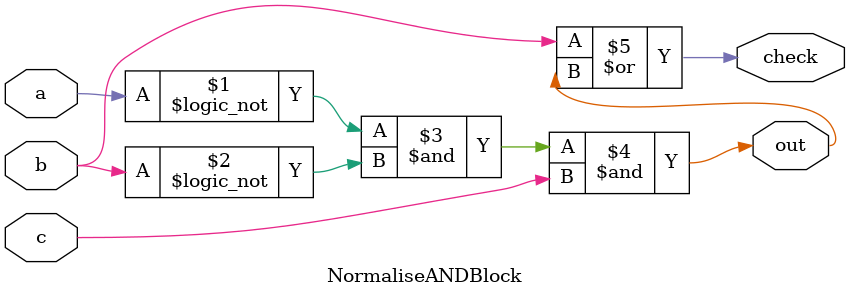
<source format=v>
module NormaliseANDBlock (a, b, c, out, check);

input a, b, c;
output out, check;

assign out = !a & !b & c;
assign check = b | out;

endmodule
</source>
